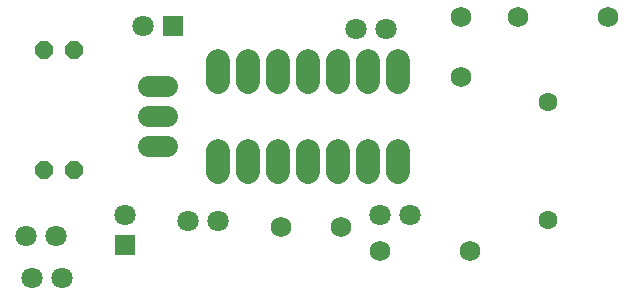
<source format=gbs>
G75*
%MOIN*%
%OFA0B0*%
%FSLAX25Y25*%
%IPPOS*%
%LPD*%
%AMOC8*
5,1,8,0,0,1.08239X$1,22.5*
%
%ADD10R,0.07099X0.07099*%
%ADD11C,0.07099*%
%ADD12C,0.07887*%
%ADD13C,0.06800*%
%ADD14C,0.06312*%
%ADD15C,0.07099*%
%ADD16OC8,0.06000*%
D10*
X0051256Y0054633D03*
X0067256Y0127633D03*
D11*
X0020256Y0043633D03*
X0030256Y0043633D03*
X0028256Y0057633D03*
X0018256Y0057633D03*
X0051256Y0064633D03*
X0072256Y0062633D03*
X0082256Y0062633D03*
X0136256Y0064633D03*
X0146256Y0064633D03*
X0138256Y0126633D03*
X0128256Y0126633D03*
X0057256Y0127633D03*
D12*
X0082256Y0116176D02*
X0082256Y0109090D01*
X0092256Y0109090D02*
X0092256Y0116176D01*
X0102256Y0116176D02*
X0102256Y0109090D01*
X0112256Y0109090D02*
X0112256Y0116176D01*
X0122256Y0116176D02*
X0122256Y0109090D01*
X0132256Y0109090D02*
X0132256Y0116176D01*
X0142256Y0116176D02*
X0142256Y0109090D01*
X0142256Y0086176D02*
X0142256Y0079090D01*
X0132256Y0079090D02*
X0132256Y0086176D01*
X0122256Y0086176D02*
X0122256Y0079090D01*
X0112256Y0079090D02*
X0112256Y0086176D01*
X0102256Y0086176D02*
X0102256Y0079090D01*
X0092256Y0079090D02*
X0092256Y0086176D01*
X0082256Y0086176D02*
X0082256Y0079090D01*
D13*
X0103256Y0060633D03*
X0123256Y0060633D03*
X0136256Y0052633D03*
X0166256Y0052633D03*
X0163256Y0110633D03*
X0163256Y0130633D03*
X0182256Y0130633D03*
X0212256Y0130633D03*
D14*
X0192256Y0102318D03*
X0192256Y0062948D03*
D15*
X0065406Y0087633D02*
X0059106Y0087633D01*
X0059106Y0097633D02*
X0065406Y0097633D01*
X0065406Y0107633D02*
X0059106Y0107633D01*
D16*
X0034256Y0119633D03*
X0024256Y0119633D03*
X0024256Y0079633D03*
X0034256Y0079633D03*
M02*

</source>
